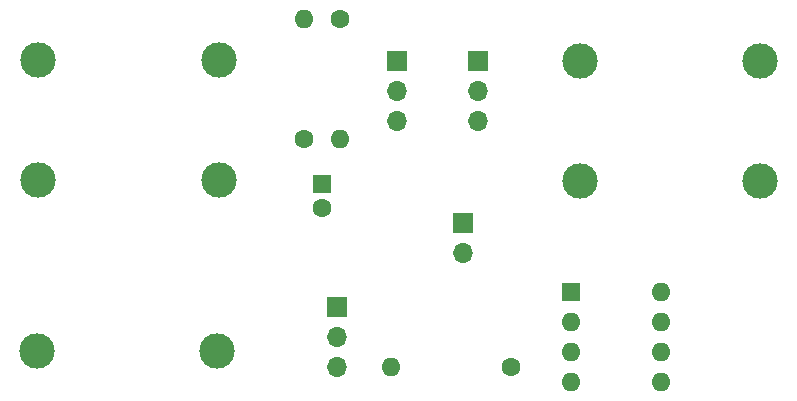
<source format=gts>
%TF.GenerationSoftware,KiCad,Pcbnew,7.0.2-0*%
%TF.CreationDate,2023-07-09T16:01:25+01:00*%
%TF.ProjectId,jfet-matcher,6a666574-2d6d-4617-9463-6865722e6b69,rev?*%
%TF.SameCoordinates,Original*%
%TF.FileFunction,Soldermask,Top*%
%TF.FilePolarity,Negative*%
%FSLAX46Y46*%
G04 Gerber Fmt 4.6, Leading zero omitted, Abs format (unit mm)*
G04 Created by KiCad (PCBNEW 7.0.2-0) date 2023-07-09 16:01:25*
%MOMM*%
%LPD*%
G01*
G04 APERTURE LIST*
%ADD10C,3.000000*%
%ADD11C,1.600000*%
%ADD12O,1.600000X1.600000*%
%ADD13R,1.700000X1.700000*%
%ADD14O,1.700000X1.700000*%
%ADD15R,1.600000X1.600000*%
G04 APERTURE END LIST*
D10*
%TO.C,J4*%
X162246000Y-69342000D03*
X177546000Y-69342000D03*
%TD*%
%TO.C,J3*%
X162246000Y-59182000D03*
X177546000Y-59182000D03*
%TD*%
D11*
%TO.C,R3*%
X156464000Y-85090000D03*
D12*
X146304000Y-85090000D03*
%TD*%
D13*
%TO.C,J5*%
X152400000Y-72898000D03*
D14*
X152400000Y-75438000D03*
%TD*%
D13*
%TO.C,J8*%
X141732000Y-80010000D03*
D14*
X141732000Y-82550000D03*
X141732000Y-85090000D03*
%TD*%
D13*
%TO.C,J7*%
X146812000Y-59182000D03*
D14*
X146812000Y-61722000D03*
X146812000Y-64262000D03*
%TD*%
D10*
%TO.C,J1*%
X131698000Y-59131000D03*
X116398000Y-59131000D03*
%TD*%
D11*
%TO.C,R1*%
X138938000Y-65786000D03*
D12*
X138938000Y-55626000D03*
%TD*%
D10*
%TO.C,J9*%
X131572000Y-83769000D03*
X116272000Y-83769000D03*
%TD*%
D15*
%TO.C,C1*%
X140462000Y-69596000D03*
D11*
X140462000Y-71596000D03*
%TD*%
D10*
%TO.C,J2*%
X131698000Y-69291000D03*
X116398000Y-69291000D03*
%TD*%
D11*
%TO.C,R2*%
X141986000Y-55626000D03*
D12*
X141986000Y-65786000D03*
%TD*%
D15*
%TO.C,U1*%
X161544000Y-78740000D03*
D12*
X161544000Y-81280000D03*
X161544000Y-83820000D03*
X161544000Y-86360000D03*
X169164000Y-86360000D03*
X169164000Y-83820000D03*
X169164000Y-81280000D03*
X169164000Y-78740000D03*
%TD*%
D13*
%TO.C,J6*%
X153670000Y-59182000D03*
D14*
X153670000Y-61722000D03*
X153670000Y-64262000D03*
%TD*%
M02*

</source>
